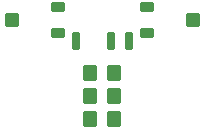
<source format=gbp>
%TF.GenerationSoftware,KiCad,Pcbnew,7.0.7-2.fc38*%
%TF.CreationDate,2023-10-08T12:29:29+05:30*%
%TF.ProjectId,tako_left,74616b6f-5f6c-4656-9674-2e6b69636164,rev?*%
%TF.SameCoordinates,Original*%
%TF.FileFunction,Paste,Bot*%
%TF.FilePolarity,Positive*%
%FSLAX46Y46*%
G04 Gerber Fmt 4.6, Leading zero omitted, Abs format (unit mm)*
G04 Created by KiCad (PCBNEW 7.0.7-2.fc38) date 2023-10-08 12:29:29*
%MOMM*%
%LPD*%
G01*
G04 APERTURE LIST*
G04 Aperture macros list*
%AMRoundRect*
0 Rectangle with rounded corners*
0 $1 Rounding radius*
0 $2 $3 $4 $5 $6 $7 $8 $9 X,Y pos of 4 corners*
0 Add a 4 corners polygon primitive as box body*
4,1,4,$2,$3,$4,$5,$6,$7,$8,$9,$2,$3,0*
0 Add four circle primitives for the rounded corners*
1,1,$1+$1,$2,$3*
1,1,$1+$1,$4,$5*
1,1,$1+$1,$6,$7*
1,1,$1+$1,$8,$9*
0 Add four rect primitives between the rounded corners*
20,1,$1+$1,$2,$3,$4,$5,0*
20,1,$1+$1,$4,$5,$6,$7,0*
20,1,$1+$1,$6,$7,$8,$9,0*
20,1,$1+$1,$8,$9,$2,$3,0*%
G04 Aperture macros list end*
%ADD10RoundRect,0.312500X-0.312500X-0.312500X0.312500X-0.312500X0.312500X0.312500X-0.312500X0.312500X0*%
%ADD11RoundRect,0.312500X0.312500X0.312500X-0.312500X0.312500X-0.312500X-0.312500X0.312500X-0.312500X0*%
%ADD12RoundRect,0.250000X0.350000X0.450000X-0.350000X0.450000X-0.350000X-0.450000X0.350000X-0.450000X0*%
%ADD13RoundRect,0.120000X-0.480000X-0.280000X0.480000X-0.280000X0.480000X0.280000X-0.480000X0.280000X0*%
%ADD14RoundRect,0.105000X-0.245000X-0.645000X0.245000X-0.645000X0.245000X0.645000X-0.245000X0.645000X0*%
%ADD15RoundRect,0.250000X-0.350000X-0.450000X0.350000X-0.450000X0.350000X0.450000X-0.350000X0.450000X0*%
G04 APERTURE END LIST*
D10*
%TO.C,BAT_HOLE-101*%
X38155480Y-57819423D03*
%TD*%
D11*
%TO.C,BAT_HOLE+101*%
X53428978Y-57819423D03*
%TD*%
D12*
%TO.C,R101*%
X46773372Y-62242136D03*
X44773372Y-62242136D03*
%TD*%
D13*
%TO.C,PSW101*%
X42041307Y-56712135D03*
X42041307Y-58922135D03*
X49541307Y-56712135D03*
X49541307Y-58922135D03*
D14*
X43541307Y-59572135D03*
X46541307Y-59572135D03*
X48041307Y-59572135D03*
%TD*%
D15*
%TO.C,R102*%
X44773374Y-64192135D03*
X46773374Y-64192135D03*
%TD*%
%TO.C,R103*%
X44773372Y-66142134D03*
X46773372Y-66142134D03*
%TD*%
M02*

</source>
